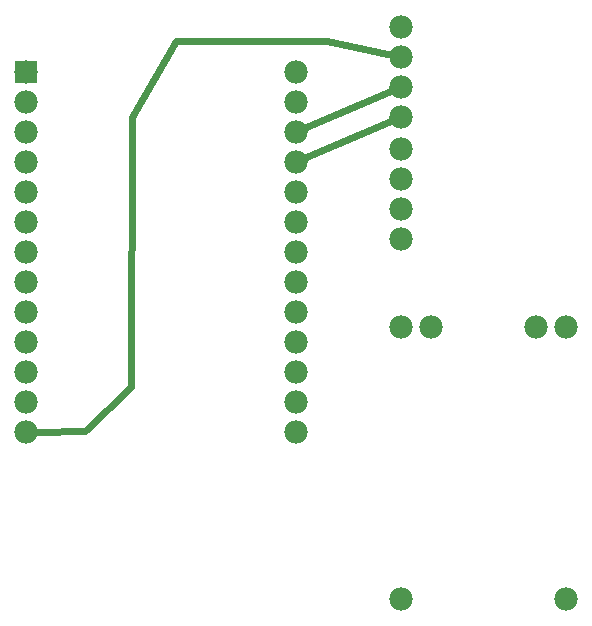
<source format=gtl>
G04 MADE WITH FRITZING*
G04 WWW.FRITZING.ORG*
G04 DOUBLE SIDED*
G04 HOLES PLATED*
G04 CONTOUR ON CENTER OF CONTOUR VECTOR*
%ASAXBY*%
%FSLAX23Y23*%
%MOIN*%
%OFA0B0*%
%SFA1.0B1.0*%
%ADD10C,0.078000*%
%ADD11R,0.078000X0.078000*%
%ADD12C,0.024000*%
%LNCOPPER1*%
G90*
G70*
G54D10*
X223Y1871D03*
X1122Y1871D03*
X223Y1771D03*
X1122Y1771D03*
X222Y1671D03*
X1122Y1671D03*
X222Y1571D03*
X1122Y1571D03*
X222Y1471D03*
X1122Y1471D03*
X222Y1371D03*
X1122Y1371D03*
X222Y1271D03*
X1122Y1271D03*
X222Y1171D03*
X1122Y1171D03*
X222Y1071D03*
X1122Y1071D03*
X222Y971D03*
X1122Y971D03*
X222Y871D03*
X1122Y871D03*
X222Y771D03*
X1122Y771D03*
X222Y671D03*
X1122Y671D03*
X1472Y2021D03*
X1472Y1921D03*
X1472Y1821D03*
X1472Y1721D03*
X1472Y2021D03*
X1472Y1921D03*
X1472Y1821D03*
X1472Y1721D03*
X1472Y1312D03*
X1472Y1412D03*
X1472Y1512D03*
X1472Y1612D03*
X1472Y112D03*
X2024Y112D03*
X1472Y1021D03*
X1572Y1021D03*
X1923Y1021D03*
X2024Y1021D03*
G54D11*
X223Y1870D03*
G54D12*
X1443Y1927D02*
X1225Y1973D01*
D02*
X1225Y1973D02*
X722Y1973D01*
D02*
X575Y1720D02*
X574Y820D01*
D02*
X722Y1973D02*
X575Y1720D01*
D02*
X574Y820D02*
X420Y672D01*
D02*
X420Y672D02*
X252Y671D01*
D02*
X1445Y1709D02*
X1150Y1583D01*
D02*
X1445Y1809D02*
X1150Y1683D01*
G04 End of Copper1*
M02*
</source>
